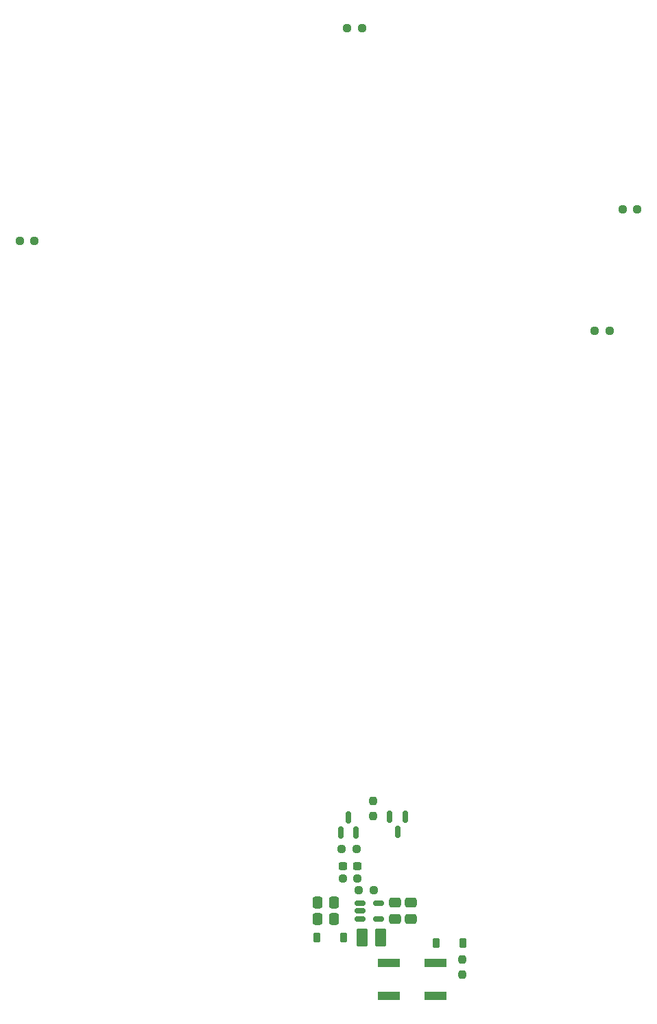
<source format=gbr>
%TF.GenerationSoftware,KiCad,Pcbnew,7.0.9*%
%TF.CreationDate,2023-12-28T12:53:37-06:00*%
%TF.ProjectId,bsidesPR,62736964-6573-4505-922e-6b696361645f,rev?*%
%TF.SameCoordinates,Original*%
%TF.FileFunction,Paste,Bot*%
%TF.FilePolarity,Positive*%
%FSLAX46Y46*%
G04 Gerber Fmt 4.6, Leading zero omitted, Abs format (unit mm)*
G04 Created by KiCad (PCBNEW 7.0.9) date 2023-12-28 12:53:37*
%MOMM*%
%LPD*%
G01*
G04 APERTURE LIST*
G04 Aperture macros list*
%AMRoundRect*
0 Rectangle with rounded corners*
0 $1 Rounding radius*
0 $2 $3 $4 $5 $6 $7 $8 $9 X,Y pos of 4 corners*
0 Add a 4 corners polygon primitive as box body*
4,1,4,$2,$3,$4,$5,$6,$7,$8,$9,$2,$3,0*
0 Add four circle primitives for the rounded corners*
1,1,$1+$1,$2,$3*
1,1,$1+$1,$4,$5*
1,1,$1+$1,$6,$7*
1,1,$1+$1,$8,$9*
0 Add four rect primitives between the rounded corners*
20,1,$1+$1,$2,$3,$4,$5,0*
20,1,$1+$1,$4,$5,$6,$7,0*
20,1,$1+$1,$6,$7,$8,$9,0*
20,1,$1+$1,$8,$9,$2,$3,0*%
G04 Aperture macros list end*
%ADD10RoundRect,0.250000X0.475000X-0.337500X0.475000X0.337500X-0.475000X0.337500X-0.475000X-0.337500X0*%
%ADD11RoundRect,0.237500X-0.250000X-0.237500X0.250000X-0.237500X0.250000X0.237500X-0.250000X0.237500X0*%
%ADD12RoundRect,0.250000X-0.337500X-0.475000X0.337500X-0.475000X0.337500X0.475000X-0.337500X0.475000X0*%
%ADD13RoundRect,0.225000X-0.225000X-0.375000X0.225000X-0.375000X0.225000X0.375000X-0.225000X0.375000X0*%
%ADD14RoundRect,0.150000X0.150000X-0.587500X0.150000X0.587500X-0.150000X0.587500X-0.150000X-0.587500X0*%
%ADD15RoundRect,0.150000X-0.150000X0.587500X-0.150000X-0.587500X0.150000X-0.587500X0.150000X0.587500X0*%
%ADD16RoundRect,0.237500X-0.237500X0.250000X-0.237500X-0.250000X0.237500X-0.250000X0.237500X0.250000X0*%
%ADD17R,2.750000X1.000000*%
%ADD18RoundRect,0.237500X0.250000X0.237500X-0.250000X0.237500X-0.250000X-0.237500X0.250000X-0.237500X0*%
%ADD19RoundRect,0.237500X-0.300000X-0.237500X0.300000X-0.237500X0.300000X0.237500X-0.300000X0.237500X0*%
%ADD20RoundRect,0.250001X0.462499X0.849999X-0.462499X0.849999X-0.462499X-0.849999X0.462499X-0.849999X0*%
%ADD21RoundRect,0.237500X0.237500X-0.250000X0.237500X0.250000X-0.237500X0.250000X-0.237500X-0.250000X0*%
%ADD22RoundRect,0.150000X-0.512500X-0.150000X0.512500X-0.150000X0.512500X0.150000X-0.512500X0.150000X0*%
G04 APERTURE END LIST*
D10*
%TO.C,C2*%
X90196020Y-166596284D03*
X90196020Y-164521284D03*
%TD*%
D11*
%TO.C,R3*%
X85783520Y-163021284D03*
X87608520Y-163021284D03*
%TD*%
D12*
%TO.C,C4*%
X80658520Y-166521284D03*
X82733520Y-166521284D03*
%TD*%
D11*
%TO.C,R2*%
X83783520Y-161521284D03*
X85608520Y-161521284D03*
%TD*%
D13*
%TO.C,D52*%
X80546020Y-168871284D03*
X83846020Y-168871284D03*
%TD*%
D14*
%TO.C,Q2*%
X85450000Y-155875000D03*
X83550000Y-155875000D03*
X84500000Y-154000000D03*
%TD*%
D11*
%TO.C,R4*%
X83637500Y-157937500D03*
X85462500Y-157937500D03*
%TD*%
D15*
%TO.C,Q1*%
X89600000Y-153937500D03*
X91500000Y-153937500D03*
X90550000Y-155812500D03*
%TD*%
D11*
%TO.C,R7*%
X84337500Y-56642000D03*
X86162500Y-56642000D03*
%TD*%
D16*
%TO.C,R1*%
X98500000Y-171587500D03*
X98500000Y-173412500D03*
%TD*%
D11*
%TO.C,R8*%
X118337500Y-79000000D03*
X120162500Y-79000000D03*
%TD*%
D17*
%TO.C,SW1*%
X95260000Y-172000000D03*
X89500000Y-172000000D03*
X95260000Y-176000000D03*
X89500000Y-176000000D03*
%TD*%
D18*
%TO.C,R6*%
X45712500Y-82900000D03*
X43887500Y-82900000D03*
%TD*%
D19*
%TO.C,C3*%
X83833520Y-160021284D03*
X85558520Y-160021284D03*
%TD*%
D13*
%TO.C,D51*%
X95350000Y-169500000D03*
X98650000Y-169500000D03*
%TD*%
D20*
%TO.C,L1*%
X88498520Y-168871284D03*
X86173520Y-168871284D03*
%TD*%
D21*
%TO.C,R5*%
X87500000Y-153850000D03*
X87500000Y-152025000D03*
%TD*%
D11*
%TO.C,R9*%
X114911500Y-94000000D03*
X116736500Y-94000000D03*
%TD*%
D22*
%TO.C,U2*%
X85921020Y-166521284D03*
X85921020Y-165571284D03*
X85921020Y-164621284D03*
X88196020Y-164621284D03*
X88196020Y-166521284D03*
%TD*%
D12*
%TO.C,C5*%
X80658520Y-164521284D03*
X82733520Y-164521284D03*
%TD*%
D10*
%TO.C,C1*%
X92196020Y-166596284D03*
X92196020Y-164521284D03*
%TD*%
M02*

</source>
